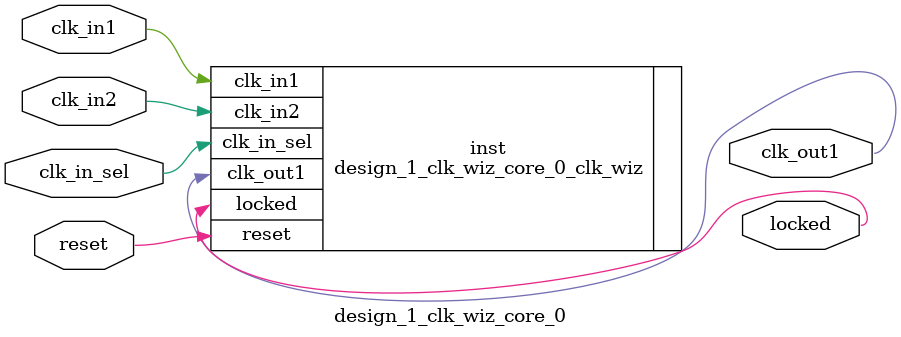
<source format=v>


`timescale 1ps/1ps

(* CORE_GENERATION_INFO = "design_1_clk_wiz_core_0,clk_wiz_v6_0_12_0_0,{component_name=design_1_clk_wiz_core_0,use_phase_alignment=false,use_min_o_jitter=true,use_max_i_jitter=false,use_dyn_phase_shift=false,use_inclk_switchover=true,use_dyn_reconfig=false,enable_axi=0,feedback_source=FDBK_AUTO,PRIMITIVE=PLL,num_out_clk=1,clkin1_period=10.000,clkin2_period=10.000,use_power_down=false,use_reset=true,use_locked=true,use_inclk_stopped=false,feedback_type=SINGLE,CLOCK_MGR_TYPE=NA,manual_override=false}" *)

module design_1_clk_wiz_core_0 
 (
  input         clk_in2,
  input         clk_in_sel,
  // Clock out ports
  output        clk_out1,
  // Status and control signals
  input         reset,
  output        locked,
 // Clock in ports
  input         clk_in1
 );

  design_1_clk_wiz_core_0_clk_wiz inst
  (
  .clk_in2(clk_in2),
  .clk_in_sel(clk_in_sel),
  // Clock out ports  
  .clk_out1(clk_out1),
  // Status and control signals               
  .reset(reset), 
  .locked(locked),
 // Clock in ports
  .clk_in1(clk_in1)
  );

endmodule

</source>
